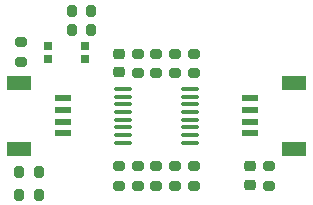
<source format=gbp>
%TF.GenerationSoftware,KiCad,Pcbnew,8.0.6*%
%TF.CreationDate,2024-11-09T20:31:53-07:00*%
%TF.ProjectId,SparkFun_Qwiic_Navigation,53706172-6b46-4756-9e5f-51776969635f,rev?*%
%TF.SameCoordinates,Original*%
%TF.FileFunction,Paste,Bot*%
%TF.FilePolarity,Positive*%
%FSLAX46Y46*%
G04 Gerber Fmt 4.6, Leading zero omitted, Abs format (unit mm)*
G04 Created by KiCad (PCBNEW 8.0.6) date 2024-11-09 20:31:53*
%MOMM*%
%LPD*%
G01*
G04 APERTURE LIST*
G04 Aperture macros list*
%AMRoundRect*
0 Rectangle with rounded corners*
0 $1 Rounding radius*
0 $2 $3 $4 $5 $6 $7 $8 $9 X,Y pos of 4 corners*
0 Add a 4 corners polygon primitive as box body*
4,1,4,$2,$3,$4,$5,$6,$7,$8,$9,$2,$3,0*
0 Add four circle primitives for the rounded corners*
1,1,$1+$1,$2,$3*
1,1,$1+$1,$4,$5*
1,1,$1+$1,$6,$7*
1,1,$1+$1,$8,$9*
0 Add four rect primitives between the rounded corners*
20,1,$1+$1,$2,$3,$4,$5,0*
20,1,$1+$1,$4,$5,$6,$7,0*
20,1,$1+$1,$6,$7,$8,$9,0*
20,1,$1+$1,$8,$9,$2,$3,0*%
G04 Aperture macros list end*
%ADD10RoundRect,0.200000X-0.200000X-0.275000X0.200000X-0.275000X0.200000X0.275000X-0.200000X0.275000X0*%
%ADD11RoundRect,0.200000X-0.275000X0.200000X-0.275000X-0.200000X0.275000X-0.200000X0.275000X0.200000X0*%
%ADD12R,1.350000X0.600000*%
%ADD13R,2.000000X1.200000*%
%ADD14RoundRect,0.225000X0.250000X-0.225000X0.250000X0.225000X-0.250000X0.225000X-0.250000X-0.225000X0*%
%ADD15RoundRect,0.100000X0.637500X0.100000X-0.637500X0.100000X-0.637500X-0.100000X0.637500X-0.100000X0*%
%ADD16RoundRect,0.200000X0.200000X0.275000X-0.200000X0.275000X-0.200000X-0.275000X0.200000X-0.275000X0*%
%ADD17RoundRect,0.218750X-0.256250X0.218750X-0.256250X-0.218750X0.256250X-0.218750X0.256250X0.218750X0*%
%ADD18R,0.800000X0.700000*%
G04 APERTURE END LIST*
D10*
%TO.C,R14*%
X5525000Y21590000D03*
X7175000Y21590000D03*
%TD*%
D11*
%TO.C,R8*%
X12700000Y8445000D03*
X12700000Y6795000D03*
%TD*%
D12*
%TO.C,J1*%
X20637500Y14200000D03*
X20637500Y13200000D03*
X20637500Y12200000D03*
X20637500Y11200000D03*
D13*
X24312500Y9900000D03*
X24312500Y15500000D03*
%TD*%
D12*
%TO.C,J3*%
X4762500Y11200000D03*
X4762500Y12200000D03*
X4762500Y13200000D03*
X4762500Y14200000D03*
D13*
X1087500Y15500000D03*
X1087500Y9900000D03*
%TD*%
D14*
%TO.C,C1*%
X9525000Y16370000D03*
X9525000Y17920000D03*
%TD*%
D15*
%TO.C,U4*%
X15562500Y14975000D03*
X15562500Y14325000D03*
X15562500Y13675000D03*
X15562500Y13025000D03*
X15562500Y12375000D03*
X15562500Y11725000D03*
X15562500Y11075000D03*
X15562500Y10425000D03*
X9837500Y10425000D03*
X9837500Y11075000D03*
X9837500Y11725000D03*
X9837500Y12375000D03*
X9837500Y13025000D03*
X9837500Y13675000D03*
X9837500Y14325000D03*
X9837500Y14975000D03*
%TD*%
D11*
%TO.C,R12*%
X9525000Y8445000D03*
X9525000Y6795000D03*
%TD*%
D16*
%TO.C,R13*%
X2730000Y6032500D03*
X1080000Y6032500D03*
%TD*%
D17*
%TO.C,D1*%
X20637500Y8407500D03*
X20637500Y6832500D03*
%TD*%
D11*
%TO.C,R3*%
X12700000Y17970000D03*
X12700000Y16320000D03*
%TD*%
%TO.C,R6*%
X1270000Y18922500D03*
X1270000Y17272500D03*
%TD*%
%TO.C,R4*%
X11112500Y17970000D03*
X11112500Y16320000D03*
%TD*%
%TO.C,R11*%
X14287500Y8445000D03*
X14287500Y6795000D03*
%TD*%
D10*
%TO.C,R15*%
X5525000Y20002500D03*
X7175000Y20002500D03*
%TD*%
D11*
%TO.C,R2*%
X14287500Y17970000D03*
X14287500Y16320000D03*
%TD*%
D16*
%TO.C,R7*%
X2730000Y7937500D03*
X1080000Y7937500D03*
%TD*%
D18*
%TO.C,D2*%
X3530000Y17547500D03*
X3530000Y18647500D03*
X6630000Y18647500D03*
X6630000Y17547500D03*
%TD*%
D11*
%TO.C,R5*%
X22225000Y8445000D03*
X22225000Y6795000D03*
%TD*%
%TO.C,R10*%
X15875000Y8445000D03*
X15875000Y6795000D03*
%TD*%
%TO.C,R9*%
X11112500Y8445000D03*
X11112500Y6795000D03*
%TD*%
%TO.C,R1*%
X15875000Y17970000D03*
X15875000Y16320000D03*
%TD*%
M02*

</source>
